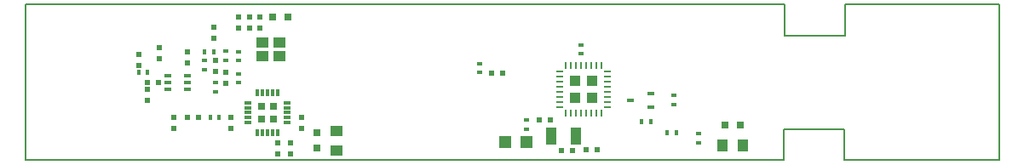
<source format=gbr>
G04 #@! TF.FileFunction,Paste,Top*
%FSLAX46Y46*%
G04 Gerber Fmt 4.6, Leading zero omitted, Abs format (unit mm)*
G04 Created by KiCad (PCBNEW 4.0.2+dfsg1-stable) date ven 12 ott 2018 16:01:28 CEST*
%MOMM*%
G01*
G04 APERTURE LIST*
%ADD10C,0.100000*%
%ADD11C,0.200000*%
%ADD12R,0.600000X0.500000*%
%ADD13R,0.500000X0.600000*%
%ADD14R,0.800000X0.750000*%
%ADD15R,1.250000X1.000000*%
%ADD16R,1.000000X1.250000*%
%ADD17R,1.198880X1.198880*%
%ADD18R,0.600000X0.400000*%
%ADD19R,0.711200X0.457200*%
%ADD20R,1.150000X1.000000*%
%ADD21R,1.000000X1.800000*%
%ADD22R,0.400000X0.600000*%
%ADD23R,0.730000X0.300000*%
%ADD24R,0.300000X0.730000*%
%ADD25R,0.750000X0.750000*%
%ADD26R,0.700000X0.250000*%
%ADD27R,0.250000X0.700000*%
%ADD28R,1.035000X1.035000*%
%ADD29R,0.650000X0.400000*%
%ADD30R,0.750000X0.800000*%
G04 APERTURE END LIST*
D10*
D11*
X173690280Y-115443000D02*
X98295460Y-115443000D01*
X195072000Y-115443000D02*
X179682660Y-115443000D01*
X179682660Y-112410240D02*
X179682660Y-115443000D01*
X173692820Y-112410240D02*
X179682660Y-112410240D01*
X173692820Y-112410240D02*
X173692820Y-115437920D01*
X173776640Y-99949000D02*
X98298000Y-99949000D01*
X195072000Y-99949000D02*
X179778660Y-99949000D01*
X179778660Y-99949000D02*
X179778660Y-103047800D01*
X173776640Y-103047800D02*
X179778660Y-103047800D01*
X173776640Y-99949000D02*
X173776640Y-103047800D01*
X98298000Y-115443000D02*
X98298000Y-99949000D01*
X195072000Y-99949000D02*
X195072000Y-115443000D01*
D12*
X110454580Y-107731560D03*
X111554580Y-107731560D03*
D13*
X113062500Y-111225240D03*
X113062500Y-112325240D03*
X124659640Y-113734360D03*
X124659640Y-114834360D03*
D14*
X124350440Y-101203760D03*
X122850440Y-101203760D03*
D13*
X123338640Y-113734360D03*
X123338640Y-114834360D03*
X118708400Y-111225240D03*
X118708400Y-112325240D03*
X119475680Y-102330340D03*
X119475680Y-101230340D03*
X120567680Y-102330340D03*
X120567680Y-101230340D03*
X118210560Y-106665940D03*
X118210560Y-107765940D03*
X117042160Y-103344980D03*
X117042160Y-102244980D03*
X117192020Y-105530560D03*
X117192020Y-106630560D03*
X121558680Y-102330340D03*
X121558680Y-101230340D03*
D15*
X129214880Y-112507520D03*
X129214880Y-114507520D03*
D13*
X125709680Y-111212540D03*
X125709680Y-112312540D03*
D12*
X114403100Y-111221520D03*
X115503100Y-111221520D03*
D13*
X111582200Y-105347860D03*
X111582200Y-104247860D03*
X114406680Y-104640200D03*
X114406680Y-105740200D03*
D16*
X167578000Y-113995000D03*
X169578000Y-113995000D03*
D13*
X110453400Y-108413460D03*
X110453400Y-109513460D03*
D12*
X155106220Y-114452600D03*
X154006220Y-114452600D03*
D13*
X109537500Y-106050080D03*
X109537500Y-104950080D03*
D12*
X152667220Y-114477600D03*
X151567220Y-114477600D03*
X149384000Y-111455000D03*
X150484000Y-111455000D03*
X144615260Y-106804860D03*
X145715260Y-106804860D03*
D17*
X148113020Y-113614000D03*
X146014980Y-113614000D03*
D18*
X116102360Y-105524300D03*
X116102360Y-106424300D03*
D19*
X160450000Y-110159400D03*
X160450000Y-108838600D03*
X158418000Y-109499000D03*
D20*
X121819900Y-105118360D03*
X123569900Y-105118360D03*
X123569900Y-103718360D03*
X121819900Y-103718360D03*
D21*
X153013000Y-113055000D03*
X150513000Y-113055000D03*
D18*
X117192020Y-107754420D03*
X117192020Y-108654420D03*
X162711000Y-109006000D03*
X162711000Y-109906000D03*
D22*
X162057000Y-112700000D03*
X162957000Y-112700000D03*
D18*
X165200000Y-113727000D03*
X165200000Y-112827000D03*
X143429260Y-105820860D03*
X143429260Y-106720860D03*
X148131000Y-111462000D03*
X148131000Y-112362000D03*
X119493260Y-104642500D03*
X119493260Y-105542500D03*
X153516000Y-104877000D03*
X153516000Y-103977000D03*
D23*
X120381880Y-109721300D03*
X120381880Y-110221300D03*
X120381880Y-110721300D03*
X120381880Y-111221300D03*
X120381880Y-111721300D03*
D24*
X121346880Y-112686300D03*
X121846880Y-112686300D03*
X122346880Y-112686300D03*
X122846880Y-112686300D03*
X123346880Y-112686300D03*
D23*
X124311880Y-111721300D03*
X124311880Y-111221300D03*
X124311880Y-110721300D03*
X124311880Y-110221300D03*
X124311880Y-109721300D03*
D24*
X123346880Y-108756300D03*
X122846880Y-108756300D03*
X122346880Y-108756300D03*
X121846880Y-108756300D03*
X121346880Y-108756300D03*
D25*
X122971880Y-111346300D03*
X122971880Y-110096300D03*
X121721880Y-111346300D03*
X121721880Y-110096300D03*
D26*
X156170000Y-110157000D03*
X156170000Y-109657000D03*
X156170000Y-109157000D03*
X156170000Y-108657000D03*
X156170000Y-108157000D03*
X156170000Y-107657000D03*
X156170000Y-107157000D03*
X156170000Y-106657000D03*
D27*
X155520000Y-106007000D03*
X155020000Y-106007000D03*
X154520000Y-106007000D03*
X154020000Y-106007000D03*
X153520000Y-106007000D03*
X153020000Y-106007000D03*
X152520000Y-106007000D03*
X152020000Y-106007000D03*
D26*
X151370000Y-106657000D03*
X151370000Y-107157000D03*
X151370000Y-107657000D03*
X151370000Y-108157000D03*
X151370000Y-108657000D03*
X151370000Y-109157000D03*
X151370000Y-109657000D03*
X151370000Y-110157000D03*
D27*
X152020000Y-110807000D03*
X152520000Y-110807000D03*
X153020000Y-110807000D03*
X153520000Y-110807000D03*
X154020000Y-110807000D03*
X154520000Y-110807000D03*
X155020000Y-110807000D03*
X155520000Y-110807000D03*
D28*
X152907500Y-107544500D03*
X152907500Y-109269500D03*
X154632500Y-107544500D03*
X154632500Y-109269500D03*
D22*
X160442060Y-111653320D03*
X159542060Y-111653320D03*
X116648460Y-111224060D03*
X117548460Y-111224060D03*
D29*
X114378780Y-108371400D03*
X114378780Y-107071400D03*
X112478780Y-107721400D03*
X114378780Y-107721400D03*
X112478780Y-107071400D03*
X112478780Y-108371400D03*
D22*
X116127760Y-104640380D03*
X117027760Y-104640380D03*
D18*
X118208020Y-104632760D03*
X118208020Y-105532760D03*
X119488180Y-107765000D03*
X119488180Y-106865000D03*
D22*
X109544700Y-106705400D03*
X110444700Y-106705400D03*
D14*
X167828000Y-111963000D03*
X169328000Y-111963000D03*
D30*
X127251460Y-112749900D03*
X127251460Y-114249900D03*
M02*

</source>
